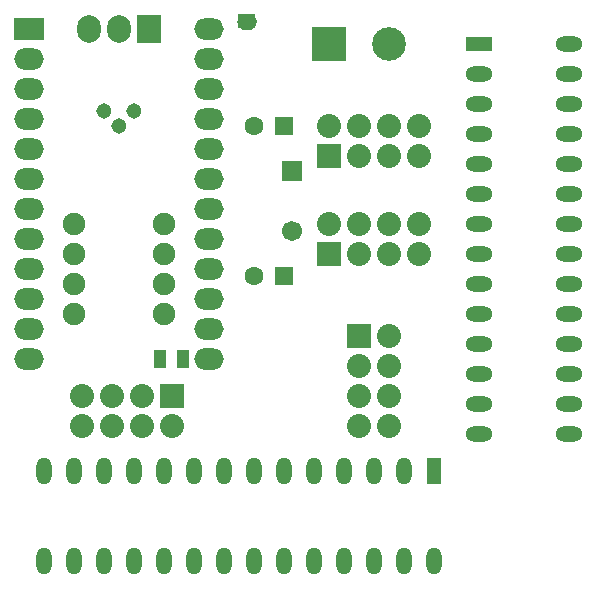
<source format=gbr>
G04 #@! TF.FileFunction,Soldermask,Top*
%FSLAX46Y46*%
G04 Gerber Fmt 4.6, Leading zero omitted, Abs format (unit mm)*
G04 Created by KiCad (PCBNEW 4.0.2-stable) date 4-8-2016 14:42:32*
%MOMM*%
G01*
G04 APERTURE LIST*
%ADD10C,0.100000*%
%ADD11C,0.010000*%
%ADD12R,1.604800X1.604800*%
%ADD13C,1.604800*%
%ADD14R,2.504440X1.828800*%
%ADD15O,2.504440X1.828800*%
%ADD16O,2.501900X1.828800*%
%ADD17R,2.032000X2.032000*%
%ADD18O,2.032000X2.032000*%
%ADD19R,2.844800X2.844800*%
%ADD20C,2.844800*%
%ADD21R,2.032000X2.336800*%
%ADD22O,2.032000X2.336800*%
%ADD23C,1.305560*%
%ADD24O,1.904800X1.904800*%
%ADD25R,1.004800X1.604800*%
%ADD26R,2.304800X1.304800*%
%ADD27O,2.304800X1.304800*%
%ADD28R,1.304800X2.304800*%
%ADD29O,1.304800X2.304800*%
%ADD30R,0.558800X1.193800*%
%ADD31R,1.701800X1.701800*%
%ADD32C,1.701800*%
G04 APERTURE END LIST*
D10*
D11*
G36*
X90443392Y-81270995D02*
X90533452Y-81273468D01*
X90599168Y-81278926D01*
X90649535Y-81288462D01*
X90693543Y-81303170D01*
X90732750Y-81320593D01*
X90858105Y-81400979D01*
X90964741Y-81510105D01*
X91038043Y-81629833D01*
X91070414Y-81738743D01*
X91083855Y-81869039D01*
X91078559Y-82004340D01*
X91054721Y-82128264D01*
X91031406Y-82190750D01*
X90951020Y-82316105D01*
X90841894Y-82422741D01*
X90722166Y-82496043D01*
X90677867Y-82513523D01*
X90629827Y-82525617D01*
X90569287Y-82533263D01*
X90487489Y-82537397D01*
X90375673Y-82538957D01*
X90320000Y-82539070D01*
X90193574Y-82538284D01*
X90100704Y-82535303D01*
X90032631Y-82529189D01*
X89980595Y-82519004D01*
X89935839Y-82503813D01*
X89917833Y-82496043D01*
X89792557Y-82418361D01*
X89684502Y-82310588D01*
X89608593Y-82190750D01*
X89573642Y-82081643D01*
X89557118Y-81951260D01*
X89559211Y-81815980D01*
X89580118Y-81692187D01*
X89601956Y-81629833D01*
X89679638Y-81504557D01*
X89787411Y-81396502D01*
X89907250Y-81320593D01*
X89952932Y-81300619D01*
X89997316Y-81286748D01*
X90049391Y-81277885D01*
X90118151Y-81272939D01*
X90212586Y-81270815D01*
X90320000Y-81270413D01*
X90443392Y-81270995D01*
X90443392Y-81270995D01*
G37*
X90443392Y-81270995D02*
X90533452Y-81273468D01*
X90599168Y-81278926D01*
X90649535Y-81288462D01*
X90693543Y-81303170D01*
X90732750Y-81320593D01*
X90858105Y-81400979D01*
X90964741Y-81510105D01*
X91038043Y-81629833D01*
X91070414Y-81738743D01*
X91083855Y-81869039D01*
X91078559Y-82004340D01*
X91054721Y-82128264D01*
X91031406Y-82190750D01*
X90951020Y-82316105D01*
X90841894Y-82422741D01*
X90722166Y-82496043D01*
X90677867Y-82513523D01*
X90629827Y-82525617D01*
X90569287Y-82533263D01*
X90487489Y-82537397D01*
X90375673Y-82538957D01*
X90320000Y-82539070D01*
X90193574Y-82538284D01*
X90100704Y-82535303D01*
X90032631Y-82529189D01*
X89980595Y-82519004D01*
X89935839Y-82503813D01*
X89917833Y-82496043D01*
X89792557Y-82418361D01*
X89684502Y-82310588D01*
X89608593Y-82190750D01*
X89573642Y-82081643D01*
X89557118Y-81951260D01*
X89559211Y-81815980D01*
X89580118Y-81692187D01*
X89601956Y-81629833D01*
X89679638Y-81504557D01*
X89787411Y-81396502D01*
X89907250Y-81320593D01*
X89952932Y-81300619D01*
X89997316Y-81286748D01*
X90049391Y-81277885D01*
X90118151Y-81272939D01*
X90212586Y-81270815D01*
X90320000Y-81270413D01*
X90443392Y-81270995D01*
D12*
X93495000Y-103495000D03*
D13*
X90995000Y-103495000D03*
D12*
X93495000Y-90795000D03*
D13*
X90995000Y-90795000D03*
D14*
X71905000Y-82540000D03*
D15*
X71905000Y-85080000D03*
X71905000Y-87620000D03*
X71905000Y-90160000D03*
X71905000Y-92700000D03*
X71905000Y-95240000D03*
X71905000Y-97780000D03*
X71905000Y-100320000D03*
X71905000Y-102860000D03*
X71905000Y-105400000D03*
X71905000Y-107940000D03*
X71905000Y-110480000D03*
X87145000Y-110480000D03*
D16*
X87145000Y-107940000D03*
X87145000Y-105400000D03*
X87145000Y-102860000D03*
X87145000Y-100320000D03*
X87145000Y-97780000D03*
X87145000Y-95240000D03*
X87145000Y-92700000D03*
X87145000Y-90160000D03*
X87145000Y-87620000D03*
X87145000Y-85080000D03*
X87145000Y-82540000D03*
D17*
X97305000Y-93335000D03*
D18*
X97305000Y-90795000D03*
X99845000Y-93335000D03*
X99845000Y-90795000D03*
X102385000Y-93335000D03*
X102385000Y-90795000D03*
X104925000Y-93335000D03*
X104925000Y-90795000D03*
D19*
X97305000Y-83810000D03*
D20*
X102385000Y-83810000D03*
D17*
X97305000Y-101590000D03*
D18*
X97305000Y-99050000D03*
X99845000Y-101590000D03*
X99845000Y-99050000D03*
X102385000Y-101590000D03*
X102385000Y-99050000D03*
X104925000Y-101590000D03*
X104925000Y-99050000D03*
D21*
X82065000Y-82540000D03*
D22*
X79525000Y-82540000D03*
X76985000Y-82540000D03*
D17*
X99845000Y-108575000D03*
D18*
X102385000Y-108575000D03*
X99845000Y-111115000D03*
X102385000Y-111115000D03*
X99845000Y-113655000D03*
X102385000Y-113655000D03*
X99845000Y-116195000D03*
X102385000Y-116195000D03*
D17*
X83970000Y-113655000D03*
D18*
X83970000Y-116195000D03*
X81430000Y-113655000D03*
X81430000Y-116195000D03*
X78890000Y-113655000D03*
X78890000Y-116195000D03*
X76350000Y-113655000D03*
X76350000Y-116195000D03*
D23*
X79525000Y-90795000D03*
X78255000Y-89525000D03*
X80795000Y-89525000D03*
D24*
X75715000Y-99050000D03*
X75715000Y-101590000D03*
X75715000Y-104130000D03*
X75715000Y-106670000D03*
X83335000Y-106670000D03*
X83335000Y-104130000D03*
X83335000Y-101590000D03*
X83335000Y-99050000D03*
D25*
X83020000Y-110480000D03*
X84920000Y-110480000D03*
D26*
X110005000Y-83810000D03*
D27*
X110005000Y-86350000D03*
X110005000Y-88890000D03*
X110005000Y-91430000D03*
X110005000Y-93970000D03*
X110005000Y-96510000D03*
X110005000Y-99050000D03*
X110005000Y-101590000D03*
X110005000Y-104130000D03*
X110005000Y-106670000D03*
X110005000Y-109210000D03*
X110005000Y-111750000D03*
X110005000Y-114290000D03*
X110005000Y-116830000D03*
X117625000Y-116830000D03*
X117625000Y-114290000D03*
X117625000Y-111750000D03*
X117625000Y-109210000D03*
X117625000Y-106670000D03*
X117625000Y-104130000D03*
X117625000Y-101590000D03*
X117625000Y-99050000D03*
X117625000Y-96510000D03*
X117625000Y-93970000D03*
X117625000Y-91430000D03*
X117625000Y-88890000D03*
X117625000Y-86350000D03*
X117625000Y-83810000D03*
D28*
X106195000Y-120005000D03*
D29*
X103655000Y-120005000D03*
X101115000Y-120005000D03*
X98575000Y-120005000D03*
X96035000Y-120005000D03*
X93495000Y-120005000D03*
X90955000Y-120005000D03*
X88415000Y-120005000D03*
X85875000Y-120005000D03*
X83335000Y-120005000D03*
X80795000Y-120005000D03*
X78255000Y-120005000D03*
X75715000Y-120005000D03*
X73175000Y-120005000D03*
X73175000Y-127625000D03*
X75715000Y-127625000D03*
X78255000Y-127625000D03*
X80795000Y-127625000D03*
X83335000Y-127625000D03*
X85875000Y-127625000D03*
X88415000Y-127625000D03*
X90955000Y-127625000D03*
X93495000Y-127625000D03*
X96035000Y-127625000D03*
X98575000Y-127625000D03*
X101115000Y-127625000D03*
X103655000Y-127625000D03*
X106195000Y-127625000D03*
D30*
X89875500Y-81905000D03*
X90764500Y-81905000D03*
D31*
X94130000Y-94605000D03*
D32*
X94130000Y-99685000D03*
M02*

</source>
